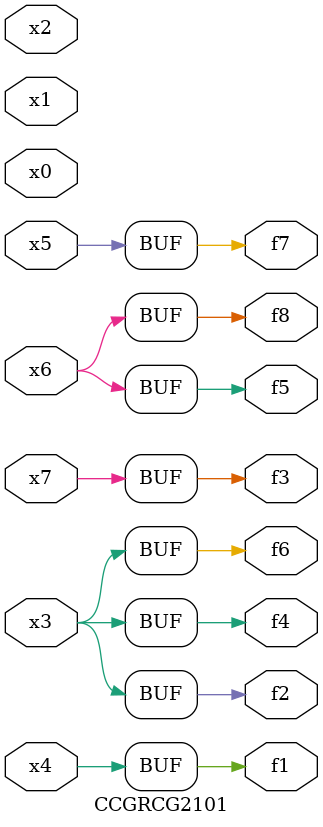
<source format=v>
module CCGRCG2101(
	input x0, x1, x2, x3, x4, x5, x6, x7,
	output f1, f2, f3, f4, f5, f6, f7, f8
);
	assign f1 = x4;
	assign f2 = x3;
	assign f3 = x7;
	assign f4 = x3;
	assign f5 = x6;
	assign f6 = x3;
	assign f7 = x5;
	assign f8 = x6;
endmodule

</source>
